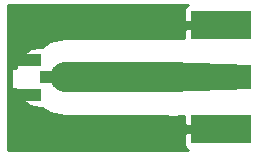
<source format=gbr>
G04 #@! TF.FileFunction,Copper,L1,Top,Signal*
%FSLAX46Y46*%
G04 Gerber Fmt 4.6, Leading zero omitted, Abs format (unit mm)*
G04 Created by KiCad (PCBNEW 4.0.6) date 04/23/17 22:35:11*
%MOMM*%
%LPD*%
G01*
G04 APERTURE LIST*
%ADD10C,0.100000*%
%ADD11C,0.660400*%
%ADD12R,5.080000X2.413000*%
%ADD13R,2.200000X1.050000*%
%ADD14R,1.050000X1.000000*%
%ADD15C,0.254000*%
%ADD16C,2.540000*%
G04 APERTURE END LIST*
D10*
D11*
X150114000Y-102362000D03*
X150114000Y-108458000D03*
X162306000Y-108966000D03*
X159766000Y-108966000D03*
X157480000Y-108966000D03*
X154940000Y-108966000D03*
X152400000Y-108966000D03*
X162306000Y-101854000D03*
X160020000Y-101854000D03*
X157480000Y-101854000D03*
X154940000Y-101854000D03*
D10*
G36*
X168148000Y-104394000D02*
X168148000Y-106426000D01*
X161163000Y-106680000D01*
X161163000Y-104140000D01*
X168148000Y-104394000D01*
X168148000Y-104394000D01*
G37*
D12*
X165608000Y-109791500D03*
X165608000Y-101028500D03*
D13*
X149225000Y-103935000D03*
D14*
X150750000Y-105410000D03*
D13*
X149225000Y-106885000D03*
D11*
X152400000Y-101854000D03*
D15*
X164655500Y-105410000D02*
X161137600Y-105410000D01*
X152400000Y-105410000D02*
X150750000Y-105410000D01*
D16*
X161137600Y-105410000D02*
X152400000Y-105410000D01*
D15*
G36*
X162708302Y-99283673D02*
X162529673Y-99462301D01*
X162433000Y-99695690D01*
X162433000Y-100615750D01*
X162591750Y-100774500D01*
X165354000Y-100774500D01*
X165354000Y-100754500D01*
X165862000Y-100754500D01*
X165862000Y-100774500D01*
X165882000Y-100774500D01*
X165882000Y-101282500D01*
X165862000Y-101282500D01*
X165862000Y-101302500D01*
X165354000Y-101302500D01*
X165354000Y-101282500D01*
X162591750Y-101282500D01*
X162433000Y-101441250D01*
X162433000Y-102113003D01*
X161238289Y-102069559D01*
X161011375Y-102108000D01*
X152400000Y-102108000D01*
X151136379Y-102359350D01*
X150419742Y-102838191D01*
X150225000Y-102838191D01*
X149471986Y-102979880D01*
X148780388Y-103424911D01*
X148316420Y-104103950D01*
X148206247Y-104648000D01*
X147955000Y-104648000D01*
X147908841Y-104656685D01*
X147866447Y-104683965D01*
X147838006Y-104725590D01*
X147828000Y-104775000D01*
X147828000Y-106299000D01*
X147836685Y-106345159D01*
X147863965Y-106387553D01*
X147905590Y-106415994D01*
X147955000Y-106426000D01*
X148250283Y-106426000D01*
X148294880Y-106663014D01*
X148739911Y-107354612D01*
X149418950Y-107818580D01*
X150225000Y-107981809D01*
X150419742Y-107981809D01*
X151136379Y-108460650D01*
X152400000Y-108712000D01*
X161005210Y-108712000D01*
X161238289Y-108750441D01*
X162433000Y-108706997D01*
X162433000Y-109378750D01*
X162591750Y-109537500D01*
X165354000Y-109537500D01*
X165354000Y-109517500D01*
X165862000Y-109517500D01*
X165862000Y-109537500D01*
X165882000Y-109537500D01*
X165882000Y-110045500D01*
X165862000Y-110045500D01*
X165862000Y-110065500D01*
X165354000Y-110065500D01*
X165354000Y-110045500D01*
X162591750Y-110045500D01*
X162433000Y-110204250D01*
X162433000Y-111124310D01*
X162529673Y-111357699D01*
X162708302Y-111536327D01*
X162760625Y-111558000D01*
X147522000Y-111558000D01*
X147522000Y-99262000D01*
X162760625Y-99262000D01*
X162708302Y-99283673D01*
X162708302Y-99283673D01*
G37*
X162708302Y-99283673D02*
X162529673Y-99462301D01*
X162433000Y-99695690D01*
X162433000Y-100615750D01*
X162591750Y-100774500D01*
X165354000Y-100774500D01*
X165354000Y-100754500D01*
X165862000Y-100754500D01*
X165862000Y-100774500D01*
X165882000Y-100774500D01*
X165882000Y-101282500D01*
X165862000Y-101282500D01*
X165862000Y-101302500D01*
X165354000Y-101302500D01*
X165354000Y-101282500D01*
X162591750Y-101282500D01*
X162433000Y-101441250D01*
X162433000Y-102113003D01*
X161238289Y-102069559D01*
X161011375Y-102108000D01*
X152400000Y-102108000D01*
X151136379Y-102359350D01*
X150419742Y-102838191D01*
X150225000Y-102838191D01*
X149471986Y-102979880D01*
X148780388Y-103424911D01*
X148316420Y-104103950D01*
X148206247Y-104648000D01*
X147955000Y-104648000D01*
X147908841Y-104656685D01*
X147866447Y-104683965D01*
X147838006Y-104725590D01*
X147828000Y-104775000D01*
X147828000Y-106299000D01*
X147836685Y-106345159D01*
X147863965Y-106387553D01*
X147905590Y-106415994D01*
X147955000Y-106426000D01*
X148250283Y-106426000D01*
X148294880Y-106663014D01*
X148739911Y-107354612D01*
X149418950Y-107818580D01*
X150225000Y-107981809D01*
X150419742Y-107981809D01*
X151136379Y-108460650D01*
X152400000Y-108712000D01*
X161005210Y-108712000D01*
X161238289Y-108750441D01*
X162433000Y-108706997D01*
X162433000Y-109378750D01*
X162591750Y-109537500D01*
X165354000Y-109537500D01*
X165354000Y-109517500D01*
X165862000Y-109517500D01*
X165862000Y-109537500D01*
X165882000Y-109537500D01*
X165882000Y-110045500D01*
X165862000Y-110045500D01*
X165862000Y-110065500D01*
X165354000Y-110065500D01*
X165354000Y-110045500D01*
X162591750Y-110045500D01*
X162433000Y-110204250D01*
X162433000Y-111124310D01*
X162529673Y-111357699D01*
X162708302Y-111536327D01*
X162760625Y-111558000D01*
X147522000Y-111558000D01*
X147522000Y-99262000D01*
X162760625Y-99262000D01*
X162708302Y-99283673D01*
M02*

</source>
